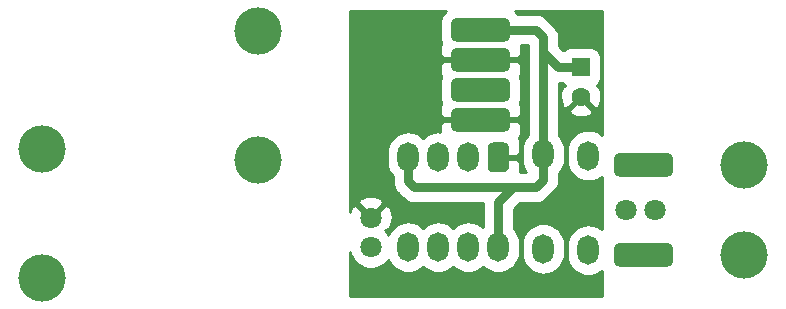
<source format=gbr>
G04 #@! TF.GenerationSoftware,KiCad,Pcbnew,5.1.5+dfsg1-2build2*
G04 #@! TF.CreationDate,2022-07-20T01:20:36+02:00*
G04 #@! TF.ProjectId,CapacitiveSensor,43617061-6369-4746-9976-6553656e736f,rev?*
G04 #@! TF.SameCoordinates,Original*
G04 #@! TF.FileFunction,Copper,L2,Bot*
G04 #@! TF.FilePolarity,Positive*
%FSLAX46Y46*%
G04 Gerber Fmt 4.6, Leading zero omitted, Abs format (unit mm)*
G04 Created by KiCad (PCBNEW 5.1.5+dfsg1-2build2) date 2022-07-20 01:20:36*
%MOMM*%
%LPD*%
G04 APERTURE LIST*
%ADD10C,4.000000*%
%ADD11C,0.100000*%
%ADD12O,1.800000X2.500000*%
%ADD13C,1.800000*%
%ADD14C,1.600000*%
%ADD15R,1.600000X1.600000*%
%ADD16C,0.800000*%
%ADD17C,0.254000*%
G04 APERTURE END LIST*
D10*
X85565000Y-69830000D03*
X85565000Y-62230000D03*
G04 #@! TA.AperFunction,ComponentPad*
D11*
G36*
X79114009Y-61232408D02*
G01*
X79162545Y-61239607D01*
X79210142Y-61251530D01*
X79256342Y-61268060D01*
X79300698Y-61289039D01*
X79342785Y-61314265D01*
X79382197Y-61343495D01*
X79418553Y-61376447D01*
X79451505Y-61412803D01*
X79480735Y-61452215D01*
X79505961Y-61494302D01*
X79526940Y-61538658D01*
X79543470Y-61584858D01*
X79555393Y-61632455D01*
X79562592Y-61680991D01*
X79565000Y-61730000D01*
X79565000Y-62730000D01*
X79562592Y-62779009D01*
X79555393Y-62827545D01*
X79543470Y-62875142D01*
X79526940Y-62921342D01*
X79505961Y-62965698D01*
X79480735Y-63007785D01*
X79451505Y-63047197D01*
X79418553Y-63083553D01*
X79382197Y-63116505D01*
X79342785Y-63145735D01*
X79300698Y-63170961D01*
X79256342Y-63191940D01*
X79210142Y-63208470D01*
X79162545Y-63220393D01*
X79114009Y-63227592D01*
X79065000Y-63230000D01*
X75065000Y-63230000D01*
X75015991Y-63227592D01*
X74967455Y-63220393D01*
X74919858Y-63208470D01*
X74873658Y-63191940D01*
X74829302Y-63170961D01*
X74787215Y-63145735D01*
X74747803Y-63116505D01*
X74711447Y-63083553D01*
X74678495Y-63047197D01*
X74649265Y-63007785D01*
X74624039Y-62965698D01*
X74603060Y-62921342D01*
X74586530Y-62875142D01*
X74574607Y-62827545D01*
X74567408Y-62779009D01*
X74565000Y-62730000D01*
X74565000Y-61730000D01*
X74567408Y-61680991D01*
X74574607Y-61632455D01*
X74586530Y-61584858D01*
X74603060Y-61538658D01*
X74624039Y-61494302D01*
X74649265Y-61452215D01*
X74678495Y-61412803D01*
X74711447Y-61376447D01*
X74747803Y-61343495D01*
X74787215Y-61314265D01*
X74829302Y-61289039D01*
X74873658Y-61268060D01*
X74919858Y-61251530D01*
X74967455Y-61239607D01*
X75015991Y-61232408D01*
X75065000Y-61230000D01*
X79065000Y-61230000D01*
X79114009Y-61232408D01*
G37*
G04 #@! TD.AperFunction*
G04 #@! TA.AperFunction,ComponentPad*
G36*
X79114009Y-68852408D02*
G01*
X79162545Y-68859607D01*
X79210142Y-68871530D01*
X79256342Y-68888060D01*
X79300698Y-68909039D01*
X79342785Y-68934265D01*
X79382197Y-68963495D01*
X79418553Y-68996447D01*
X79451505Y-69032803D01*
X79480735Y-69072215D01*
X79505961Y-69114302D01*
X79526940Y-69158658D01*
X79543470Y-69204858D01*
X79555393Y-69252455D01*
X79562592Y-69300991D01*
X79565000Y-69350000D01*
X79565000Y-70350000D01*
X79562592Y-70399009D01*
X79555393Y-70447545D01*
X79543470Y-70495142D01*
X79526940Y-70541342D01*
X79505961Y-70585698D01*
X79480735Y-70627785D01*
X79451505Y-70667197D01*
X79418553Y-70703553D01*
X79382197Y-70736505D01*
X79342785Y-70765735D01*
X79300698Y-70790961D01*
X79256342Y-70811940D01*
X79210142Y-70828470D01*
X79162545Y-70840393D01*
X79114009Y-70847592D01*
X79065000Y-70850000D01*
X75065000Y-70850000D01*
X75015991Y-70847592D01*
X74967455Y-70840393D01*
X74919858Y-70828470D01*
X74873658Y-70811940D01*
X74829302Y-70790961D01*
X74787215Y-70765735D01*
X74747803Y-70736505D01*
X74711447Y-70703553D01*
X74678495Y-70667197D01*
X74649265Y-70627785D01*
X74624039Y-70585698D01*
X74603060Y-70541342D01*
X74586530Y-70495142D01*
X74574607Y-70447545D01*
X74567408Y-70399009D01*
X74565000Y-70350000D01*
X74565000Y-69350000D01*
X74567408Y-69300991D01*
X74574607Y-69252455D01*
X74586530Y-69204858D01*
X74603060Y-69158658D01*
X74624039Y-69114302D01*
X74649265Y-69072215D01*
X74678495Y-69032803D01*
X74711447Y-68996447D01*
X74747803Y-68963495D01*
X74787215Y-68934265D01*
X74829302Y-68909039D01*
X74873658Y-68888060D01*
X74919858Y-68871530D01*
X74967455Y-68859607D01*
X75015991Y-68852408D01*
X75065000Y-68850000D01*
X79065000Y-68850000D01*
X79114009Y-68852408D01*
G37*
G04 #@! TD.AperFunction*
D10*
X26170000Y-60920000D03*
X26170000Y-71820000D03*
X44470000Y-61820000D03*
X44470000Y-50920000D03*
G04 #@! TA.AperFunction,ComponentPad*
D11*
G36*
X65264108Y-60347167D02*
G01*
X65307791Y-60353647D01*
X65350628Y-60364377D01*
X65392208Y-60379254D01*
X65432129Y-60398135D01*
X65470007Y-60420839D01*
X65505477Y-60447145D01*
X65538198Y-60476802D01*
X65567855Y-60509523D01*
X65594161Y-60544993D01*
X65616865Y-60582871D01*
X65635746Y-60622792D01*
X65650623Y-60664372D01*
X65661353Y-60707209D01*
X65667833Y-60750892D01*
X65670000Y-60795000D01*
X65670000Y-62395000D01*
X65667833Y-62439108D01*
X65661353Y-62482791D01*
X65650623Y-62525628D01*
X65635746Y-62567208D01*
X65616865Y-62607129D01*
X65594161Y-62645007D01*
X65567855Y-62680477D01*
X65538198Y-62713198D01*
X65505477Y-62742855D01*
X65470007Y-62769161D01*
X65432129Y-62791865D01*
X65392208Y-62810746D01*
X65350628Y-62825623D01*
X65307791Y-62836353D01*
X65264108Y-62842833D01*
X65220000Y-62845000D01*
X64320000Y-62845000D01*
X64275892Y-62842833D01*
X64232209Y-62836353D01*
X64189372Y-62825623D01*
X64147792Y-62810746D01*
X64107871Y-62791865D01*
X64069993Y-62769161D01*
X64034523Y-62742855D01*
X64001802Y-62713198D01*
X63972145Y-62680477D01*
X63945839Y-62645007D01*
X63923135Y-62607129D01*
X63904254Y-62567208D01*
X63889377Y-62525628D01*
X63878647Y-62482791D01*
X63872167Y-62439108D01*
X63870000Y-62395000D01*
X63870000Y-60795000D01*
X63872167Y-60750892D01*
X63878647Y-60707209D01*
X63889377Y-60664372D01*
X63904254Y-60622792D01*
X63923135Y-60582871D01*
X63945839Y-60544993D01*
X63972145Y-60509523D01*
X64001802Y-60476802D01*
X64034523Y-60447145D01*
X64069993Y-60420839D01*
X64107871Y-60398135D01*
X64147792Y-60379254D01*
X64189372Y-60364377D01*
X64232209Y-60353647D01*
X64275892Y-60347167D01*
X64320000Y-60345000D01*
X65220000Y-60345000D01*
X65264108Y-60347167D01*
G37*
G04 #@! TD.AperFunction*
D12*
X57150000Y-69215000D03*
X62230000Y-61595000D03*
X59690000Y-69215000D03*
X59690000Y-61595000D03*
X62230000Y-69215000D03*
X57150000Y-61595000D03*
X64770000Y-69215000D03*
D13*
X53975000Y-69215000D03*
X53975000Y-66715000D03*
X78065000Y-66040000D03*
X75565000Y-66040000D03*
G04 #@! TA.AperFunction,ComponentPad*
D11*
G36*
X65319009Y-49802408D02*
G01*
X65367545Y-49809607D01*
X65415142Y-49821530D01*
X65461342Y-49838060D01*
X65505698Y-49859039D01*
X65547785Y-49884265D01*
X65587197Y-49913495D01*
X65623553Y-49946447D01*
X65656505Y-49982803D01*
X65685735Y-50022215D01*
X65710961Y-50064302D01*
X65731940Y-50108658D01*
X65748470Y-50154858D01*
X65760393Y-50202455D01*
X65767592Y-50250991D01*
X65770000Y-50300000D01*
X65770000Y-51300000D01*
X65767592Y-51349009D01*
X65760393Y-51397545D01*
X65748470Y-51445142D01*
X65731940Y-51491342D01*
X65710961Y-51535698D01*
X65685735Y-51577785D01*
X65656505Y-51617197D01*
X65623553Y-51653553D01*
X65587197Y-51686505D01*
X65547785Y-51715735D01*
X65505698Y-51740961D01*
X65461342Y-51761940D01*
X65415142Y-51778470D01*
X65367545Y-51790393D01*
X65319009Y-51797592D01*
X65270000Y-51800000D01*
X61270000Y-51800000D01*
X61220991Y-51797592D01*
X61172455Y-51790393D01*
X61124858Y-51778470D01*
X61078658Y-51761940D01*
X61034302Y-51740961D01*
X60992215Y-51715735D01*
X60952803Y-51686505D01*
X60916447Y-51653553D01*
X60883495Y-51617197D01*
X60854265Y-51577785D01*
X60829039Y-51535698D01*
X60808060Y-51491342D01*
X60791530Y-51445142D01*
X60779607Y-51397545D01*
X60772408Y-51349009D01*
X60770000Y-51300000D01*
X60770000Y-50300000D01*
X60772408Y-50250991D01*
X60779607Y-50202455D01*
X60791530Y-50154858D01*
X60808060Y-50108658D01*
X60829039Y-50064302D01*
X60854265Y-50022215D01*
X60883495Y-49982803D01*
X60916447Y-49946447D01*
X60952803Y-49913495D01*
X60992215Y-49884265D01*
X61034302Y-49859039D01*
X61078658Y-49838060D01*
X61124858Y-49821530D01*
X61172455Y-49809607D01*
X61220991Y-49802408D01*
X61270000Y-49800000D01*
X65270000Y-49800000D01*
X65319009Y-49802408D01*
G37*
G04 #@! TD.AperFunction*
G04 #@! TA.AperFunction,ComponentPad*
G36*
X65319009Y-52342408D02*
G01*
X65367545Y-52349607D01*
X65415142Y-52361530D01*
X65461342Y-52378060D01*
X65505698Y-52399039D01*
X65547785Y-52424265D01*
X65587197Y-52453495D01*
X65623553Y-52486447D01*
X65656505Y-52522803D01*
X65685735Y-52562215D01*
X65710961Y-52604302D01*
X65731940Y-52648658D01*
X65748470Y-52694858D01*
X65760393Y-52742455D01*
X65767592Y-52790991D01*
X65770000Y-52840000D01*
X65770000Y-53840000D01*
X65767592Y-53889009D01*
X65760393Y-53937545D01*
X65748470Y-53985142D01*
X65731940Y-54031342D01*
X65710961Y-54075698D01*
X65685735Y-54117785D01*
X65656505Y-54157197D01*
X65623553Y-54193553D01*
X65587197Y-54226505D01*
X65547785Y-54255735D01*
X65505698Y-54280961D01*
X65461342Y-54301940D01*
X65415142Y-54318470D01*
X65367545Y-54330393D01*
X65319009Y-54337592D01*
X65270000Y-54340000D01*
X61270000Y-54340000D01*
X61220991Y-54337592D01*
X61172455Y-54330393D01*
X61124858Y-54318470D01*
X61078658Y-54301940D01*
X61034302Y-54280961D01*
X60992215Y-54255735D01*
X60952803Y-54226505D01*
X60916447Y-54193553D01*
X60883495Y-54157197D01*
X60854265Y-54117785D01*
X60829039Y-54075698D01*
X60808060Y-54031342D01*
X60791530Y-53985142D01*
X60779607Y-53937545D01*
X60772408Y-53889009D01*
X60770000Y-53840000D01*
X60770000Y-52840000D01*
X60772408Y-52790991D01*
X60779607Y-52742455D01*
X60791530Y-52694858D01*
X60808060Y-52648658D01*
X60829039Y-52604302D01*
X60854265Y-52562215D01*
X60883495Y-52522803D01*
X60916447Y-52486447D01*
X60952803Y-52453495D01*
X60992215Y-52424265D01*
X61034302Y-52399039D01*
X61078658Y-52378060D01*
X61124858Y-52361530D01*
X61172455Y-52349607D01*
X61220991Y-52342408D01*
X61270000Y-52340000D01*
X65270000Y-52340000D01*
X65319009Y-52342408D01*
G37*
G04 #@! TD.AperFunction*
G04 #@! TA.AperFunction,ComponentPad*
G36*
X65319009Y-54882408D02*
G01*
X65367545Y-54889607D01*
X65415142Y-54901530D01*
X65461342Y-54918060D01*
X65505698Y-54939039D01*
X65547785Y-54964265D01*
X65587197Y-54993495D01*
X65623553Y-55026447D01*
X65656505Y-55062803D01*
X65685735Y-55102215D01*
X65710961Y-55144302D01*
X65731940Y-55188658D01*
X65748470Y-55234858D01*
X65760393Y-55282455D01*
X65767592Y-55330991D01*
X65770000Y-55380000D01*
X65770000Y-56380000D01*
X65767592Y-56429009D01*
X65760393Y-56477545D01*
X65748470Y-56525142D01*
X65731940Y-56571342D01*
X65710961Y-56615698D01*
X65685735Y-56657785D01*
X65656505Y-56697197D01*
X65623553Y-56733553D01*
X65587197Y-56766505D01*
X65547785Y-56795735D01*
X65505698Y-56820961D01*
X65461342Y-56841940D01*
X65415142Y-56858470D01*
X65367545Y-56870393D01*
X65319009Y-56877592D01*
X65270000Y-56880000D01*
X61270000Y-56880000D01*
X61220991Y-56877592D01*
X61172455Y-56870393D01*
X61124858Y-56858470D01*
X61078658Y-56841940D01*
X61034302Y-56820961D01*
X60992215Y-56795735D01*
X60952803Y-56766505D01*
X60916447Y-56733553D01*
X60883495Y-56697197D01*
X60854265Y-56657785D01*
X60829039Y-56615698D01*
X60808060Y-56571342D01*
X60791530Y-56525142D01*
X60779607Y-56477545D01*
X60772408Y-56429009D01*
X60770000Y-56380000D01*
X60770000Y-55380000D01*
X60772408Y-55330991D01*
X60779607Y-55282455D01*
X60791530Y-55234858D01*
X60808060Y-55188658D01*
X60829039Y-55144302D01*
X60854265Y-55102215D01*
X60883495Y-55062803D01*
X60916447Y-55026447D01*
X60952803Y-54993495D01*
X60992215Y-54964265D01*
X61034302Y-54939039D01*
X61078658Y-54918060D01*
X61124858Y-54901530D01*
X61172455Y-54889607D01*
X61220991Y-54882408D01*
X61270000Y-54880000D01*
X65270000Y-54880000D01*
X65319009Y-54882408D01*
G37*
G04 #@! TD.AperFunction*
G04 #@! TA.AperFunction,ComponentPad*
G36*
X65319009Y-57422408D02*
G01*
X65367545Y-57429607D01*
X65415142Y-57441530D01*
X65461342Y-57458060D01*
X65505698Y-57479039D01*
X65547785Y-57504265D01*
X65587197Y-57533495D01*
X65623553Y-57566447D01*
X65656505Y-57602803D01*
X65685735Y-57642215D01*
X65710961Y-57684302D01*
X65731940Y-57728658D01*
X65748470Y-57774858D01*
X65760393Y-57822455D01*
X65767592Y-57870991D01*
X65770000Y-57920000D01*
X65770000Y-58920000D01*
X65767592Y-58969009D01*
X65760393Y-59017545D01*
X65748470Y-59065142D01*
X65731940Y-59111342D01*
X65710961Y-59155698D01*
X65685735Y-59197785D01*
X65656505Y-59237197D01*
X65623553Y-59273553D01*
X65587197Y-59306505D01*
X65547785Y-59335735D01*
X65505698Y-59360961D01*
X65461342Y-59381940D01*
X65415142Y-59398470D01*
X65367545Y-59410393D01*
X65319009Y-59417592D01*
X65270000Y-59420000D01*
X61270000Y-59420000D01*
X61220991Y-59417592D01*
X61172455Y-59410393D01*
X61124858Y-59398470D01*
X61078658Y-59381940D01*
X61034302Y-59360961D01*
X60992215Y-59335735D01*
X60952803Y-59306505D01*
X60916447Y-59273553D01*
X60883495Y-59237197D01*
X60854265Y-59197785D01*
X60829039Y-59155698D01*
X60808060Y-59111342D01*
X60791530Y-59065142D01*
X60779607Y-59017545D01*
X60772408Y-58969009D01*
X60770000Y-58920000D01*
X60770000Y-57920000D01*
X60772408Y-57870991D01*
X60779607Y-57822455D01*
X60791530Y-57774858D01*
X60808060Y-57728658D01*
X60829039Y-57684302D01*
X60854265Y-57642215D01*
X60883495Y-57602803D01*
X60916447Y-57566447D01*
X60952803Y-57533495D01*
X60992215Y-57504265D01*
X61034302Y-57479039D01*
X61078658Y-57458060D01*
X61124858Y-57441530D01*
X61172455Y-57429607D01*
X61220991Y-57422408D01*
X61270000Y-57420000D01*
X65270000Y-57420000D01*
X65319009Y-57422408D01*
G37*
G04 #@! TD.AperFunction*
D12*
X72390000Y-69460000D03*
X72390000Y-61460000D03*
X68580000Y-69350000D03*
X68580000Y-61350000D03*
D14*
X71755000Y-56475000D03*
D15*
X71755000Y-53975000D03*
D16*
X67945000Y-50800000D02*
X68580000Y-51435000D01*
X64770000Y-50800000D02*
X67945000Y-50800000D01*
X68580000Y-53035000D02*
X68580000Y-52705000D01*
X68580000Y-52705000D02*
X68580000Y-60850000D01*
X68580000Y-51435000D02*
X68580000Y-52705000D01*
X57150000Y-63645000D02*
X57640000Y-64135000D01*
X57150000Y-61595000D02*
X57150000Y-63645000D01*
X68580000Y-63500000D02*
X68580000Y-60850000D01*
X67945000Y-64135000D02*
X68580000Y-63500000D01*
X64770000Y-65405000D02*
X66040000Y-64135000D01*
X64770000Y-69215000D02*
X64770000Y-65405000D01*
X66040000Y-64135000D02*
X67945000Y-64135000D01*
X57640000Y-64135000D02*
X66040000Y-64135000D01*
X71755000Y-53975000D02*
X69850000Y-53975000D01*
X69850000Y-53975000D02*
X68580000Y-52705000D01*
D17*
G36*
X73533000Y-59684549D02*
G01*
X73409938Y-59583555D01*
X73092546Y-59413905D01*
X72748155Y-59309435D01*
X72390000Y-59274160D01*
X72031846Y-59309435D01*
X71687455Y-59413905D01*
X71370063Y-59583555D01*
X71091866Y-59811865D01*
X70863555Y-60090062D01*
X70693905Y-60407454D01*
X70589435Y-60751845D01*
X70563000Y-61020245D01*
X70563000Y-61899754D01*
X70589435Y-62168154D01*
X70693905Y-62512545D01*
X70863555Y-62829937D01*
X71091865Y-63108135D01*
X71370062Y-63336445D01*
X71687454Y-63506095D01*
X72031845Y-63610565D01*
X72390000Y-63645840D01*
X72748154Y-63610565D01*
X73092545Y-63506095D01*
X73409937Y-63336445D01*
X73533000Y-63235450D01*
X73533000Y-67684549D01*
X73409938Y-67583555D01*
X73092546Y-67413905D01*
X72748155Y-67309435D01*
X72390000Y-67274160D01*
X72031846Y-67309435D01*
X71687455Y-67413905D01*
X71370063Y-67583555D01*
X71091866Y-67811865D01*
X70863555Y-68090062D01*
X70693905Y-68407454D01*
X70589435Y-68751845D01*
X70563000Y-69020245D01*
X70563000Y-69899754D01*
X70589435Y-70168154D01*
X70693905Y-70512545D01*
X70863555Y-70829937D01*
X71091865Y-71108135D01*
X71370062Y-71336445D01*
X71687454Y-71506095D01*
X72031845Y-71610565D01*
X72390000Y-71645840D01*
X72748154Y-71610565D01*
X73092545Y-71506095D01*
X73409937Y-71336445D01*
X73533000Y-71235450D01*
X73533000Y-73343000D01*
X52197000Y-73343000D01*
X52197000Y-69641282D01*
X52218211Y-69747916D01*
X52355934Y-70080409D01*
X52555876Y-70379645D01*
X52810355Y-70634124D01*
X53109591Y-70834066D01*
X53442084Y-70971789D01*
X53795056Y-71042000D01*
X54154944Y-71042000D01*
X54507916Y-70971789D01*
X54840409Y-70834066D01*
X55139645Y-70634124D01*
X55394124Y-70379645D01*
X55460625Y-70280118D01*
X55623555Y-70584937D01*
X55851865Y-70863135D01*
X56130062Y-71091445D01*
X56447454Y-71261095D01*
X56791845Y-71365565D01*
X57150000Y-71400840D01*
X57508154Y-71365565D01*
X57852545Y-71261095D01*
X58169937Y-71091445D01*
X58420000Y-70886225D01*
X58670062Y-71091445D01*
X58987454Y-71261095D01*
X59331845Y-71365565D01*
X59690000Y-71400840D01*
X60048154Y-71365565D01*
X60392545Y-71261095D01*
X60709937Y-71091445D01*
X60960000Y-70886225D01*
X61210062Y-71091445D01*
X61527454Y-71261095D01*
X61871845Y-71365565D01*
X62230000Y-71400840D01*
X62588154Y-71365565D01*
X62932545Y-71261095D01*
X63249937Y-71091445D01*
X63500000Y-70886225D01*
X63750062Y-71091445D01*
X64067454Y-71261095D01*
X64411845Y-71365565D01*
X64770000Y-71400840D01*
X65128154Y-71365565D01*
X65472545Y-71261095D01*
X65789937Y-71091445D01*
X66068135Y-70863135D01*
X66296445Y-70584938D01*
X66466095Y-70267546D01*
X66570565Y-69923155D01*
X66597000Y-69654755D01*
X66597000Y-68910245D01*
X66753000Y-68910245D01*
X66753000Y-69789754D01*
X66779435Y-70058154D01*
X66883905Y-70402545D01*
X67053555Y-70719937D01*
X67281865Y-70998135D01*
X67560062Y-71226445D01*
X67877454Y-71396095D01*
X68221845Y-71500565D01*
X68580000Y-71535840D01*
X68938154Y-71500565D01*
X69282545Y-71396095D01*
X69599937Y-71226445D01*
X69878135Y-70998135D01*
X70106445Y-70719938D01*
X70276095Y-70402546D01*
X70380565Y-70058155D01*
X70407000Y-69789755D01*
X70407000Y-68910246D01*
X70380565Y-68641845D01*
X70276095Y-68297454D01*
X70106445Y-67980062D01*
X69878135Y-67701865D01*
X69599938Y-67473555D01*
X69282546Y-67303905D01*
X68938155Y-67199435D01*
X68580000Y-67164160D01*
X68221846Y-67199435D01*
X67877455Y-67303905D01*
X67560063Y-67473555D01*
X67281866Y-67701865D01*
X67053555Y-67980062D01*
X66883905Y-68297454D01*
X66779435Y-68641845D01*
X66753000Y-68910245D01*
X66597000Y-68910245D01*
X66597000Y-68775246D01*
X66570565Y-68506845D01*
X66466095Y-68162454D01*
X66296445Y-67845062D01*
X66097000Y-67602037D01*
X66097000Y-65954660D01*
X66589661Y-65462000D01*
X67879826Y-65462000D01*
X67945000Y-65468419D01*
X68010174Y-65462000D01*
X68010184Y-65462000D01*
X68205137Y-65442799D01*
X68455278Y-65366919D01*
X68685808Y-65243698D01*
X68887870Y-65077870D01*
X68929425Y-65027235D01*
X69472241Y-64484420D01*
X69522870Y-64442870D01*
X69626743Y-64316301D01*
X69688698Y-64240808D01*
X69734415Y-64155277D01*
X69811919Y-64010278D01*
X69887799Y-63760137D01*
X69907000Y-63565184D01*
X69907000Y-63565174D01*
X69913419Y-63500000D01*
X69907000Y-63434826D01*
X69907000Y-62962963D01*
X70106445Y-62719938D01*
X70276095Y-62402546D01*
X70380565Y-62058155D01*
X70407000Y-61789755D01*
X70407000Y-60910246D01*
X70380565Y-60641845D01*
X70276095Y-60297454D01*
X70106445Y-59980062D01*
X69907000Y-59737037D01*
X69907000Y-57628499D01*
X70781106Y-57628499D01*
X70835726Y-57956338D01*
X71142384Y-58107216D01*
X71472585Y-58195369D01*
X71813639Y-58217409D01*
X72152439Y-58172489D01*
X72475966Y-58062336D01*
X72674274Y-57956338D01*
X72728894Y-57628499D01*
X71755000Y-56654605D01*
X70781106Y-57628499D01*
X69907000Y-57628499D01*
X69907000Y-55302805D01*
X69915173Y-55302000D01*
X70188291Y-55302000D01*
X70296341Y-55433659D01*
X70416153Y-55531986D01*
X70273662Y-55555726D01*
X70122784Y-55862384D01*
X70034631Y-56192585D01*
X70012591Y-56533639D01*
X70057511Y-56872439D01*
X70167664Y-57195966D01*
X70273662Y-57394274D01*
X70601501Y-57448894D01*
X71575395Y-56475000D01*
X71561253Y-56460858D01*
X71740858Y-56281253D01*
X71755000Y-56295395D01*
X71769143Y-56281253D01*
X71948748Y-56460858D01*
X71934605Y-56475000D01*
X72908499Y-57448894D01*
X73236338Y-57394274D01*
X73387216Y-57087616D01*
X73475369Y-56757415D01*
X73497409Y-56416361D01*
X73452489Y-56077561D01*
X73342336Y-55754034D01*
X73236338Y-55555726D01*
X73093847Y-55531986D01*
X73213659Y-55433659D01*
X73329501Y-55292505D01*
X73415580Y-55131464D01*
X73468587Y-54956724D01*
X73486485Y-54775000D01*
X73486485Y-53175000D01*
X73468587Y-52993276D01*
X73415580Y-52818536D01*
X73329501Y-52657495D01*
X73213659Y-52516341D01*
X73072505Y-52400499D01*
X72911464Y-52314420D01*
X72736724Y-52261413D01*
X72555000Y-52243515D01*
X70955000Y-52243515D01*
X70773276Y-52261413D01*
X70598536Y-52314420D01*
X70437495Y-52400499D01*
X70296341Y-52516341D01*
X70283567Y-52531906D01*
X69907000Y-52155340D01*
X69907000Y-51500174D01*
X69913419Y-51435000D01*
X69907000Y-51369826D01*
X69907000Y-51369816D01*
X69887799Y-51174863D01*
X69811919Y-50924722D01*
X69688698Y-50694192D01*
X69522870Y-50492130D01*
X69472241Y-50450580D01*
X68929425Y-49907765D01*
X68887870Y-49857130D01*
X68685808Y-49691302D01*
X68455278Y-49568081D01*
X68205137Y-49492201D01*
X68010184Y-49473000D01*
X68010174Y-49473000D01*
X67945000Y-49466581D01*
X67879826Y-49473000D01*
X66434212Y-49473000D01*
X66282213Y-49287787D01*
X66189866Y-49212000D01*
X73533000Y-49212000D01*
X73533000Y-59684549D01*
G37*
X73533000Y-59684549D02*
X73409938Y-59583555D01*
X73092546Y-59413905D01*
X72748155Y-59309435D01*
X72390000Y-59274160D01*
X72031846Y-59309435D01*
X71687455Y-59413905D01*
X71370063Y-59583555D01*
X71091866Y-59811865D01*
X70863555Y-60090062D01*
X70693905Y-60407454D01*
X70589435Y-60751845D01*
X70563000Y-61020245D01*
X70563000Y-61899754D01*
X70589435Y-62168154D01*
X70693905Y-62512545D01*
X70863555Y-62829937D01*
X71091865Y-63108135D01*
X71370062Y-63336445D01*
X71687454Y-63506095D01*
X72031845Y-63610565D01*
X72390000Y-63645840D01*
X72748154Y-63610565D01*
X73092545Y-63506095D01*
X73409937Y-63336445D01*
X73533000Y-63235450D01*
X73533000Y-67684549D01*
X73409938Y-67583555D01*
X73092546Y-67413905D01*
X72748155Y-67309435D01*
X72390000Y-67274160D01*
X72031846Y-67309435D01*
X71687455Y-67413905D01*
X71370063Y-67583555D01*
X71091866Y-67811865D01*
X70863555Y-68090062D01*
X70693905Y-68407454D01*
X70589435Y-68751845D01*
X70563000Y-69020245D01*
X70563000Y-69899754D01*
X70589435Y-70168154D01*
X70693905Y-70512545D01*
X70863555Y-70829937D01*
X71091865Y-71108135D01*
X71370062Y-71336445D01*
X71687454Y-71506095D01*
X72031845Y-71610565D01*
X72390000Y-71645840D01*
X72748154Y-71610565D01*
X73092545Y-71506095D01*
X73409937Y-71336445D01*
X73533000Y-71235450D01*
X73533000Y-73343000D01*
X52197000Y-73343000D01*
X52197000Y-69641282D01*
X52218211Y-69747916D01*
X52355934Y-70080409D01*
X52555876Y-70379645D01*
X52810355Y-70634124D01*
X53109591Y-70834066D01*
X53442084Y-70971789D01*
X53795056Y-71042000D01*
X54154944Y-71042000D01*
X54507916Y-70971789D01*
X54840409Y-70834066D01*
X55139645Y-70634124D01*
X55394124Y-70379645D01*
X55460625Y-70280118D01*
X55623555Y-70584937D01*
X55851865Y-70863135D01*
X56130062Y-71091445D01*
X56447454Y-71261095D01*
X56791845Y-71365565D01*
X57150000Y-71400840D01*
X57508154Y-71365565D01*
X57852545Y-71261095D01*
X58169937Y-71091445D01*
X58420000Y-70886225D01*
X58670062Y-71091445D01*
X58987454Y-71261095D01*
X59331845Y-71365565D01*
X59690000Y-71400840D01*
X60048154Y-71365565D01*
X60392545Y-71261095D01*
X60709937Y-71091445D01*
X60960000Y-70886225D01*
X61210062Y-71091445D01*
X61527454Y-71261095D01*
X61871845Y-71365565D01*
X62230000Y-71400840D01*
X62588154Y-71365565D01*
X62932545Y-71261095D01*
X63249937Y-71091445D01*
X63500000Y-70886225D01*
X63750062Y-71091445D01*
X64067454Y-71261095D01*
X64411845Y-71365565D01*
X64770000Y-71400840D01*
X65128154Y-71365565D01*
X65472545Y-71261095D01*
X65789937Y-71091445D01*
X66068135Y-70863135D01*
X66296445Y-70584938D01*
X66466095Y-70267546D01*
X66570565Y-69923155D01*
X66597000Y-69654755D01*
X66597000Y-68910245D01*
X66753000Y-68910245D01*
X66753000Y-69789754D01*
X66779435Y-70058154D01*
X66883905Y-70402545D01*
X67053555Y-70719937D01*
X67281865Y-70998135D01*
X67560062Y-71226445D01*
X67877454Y-71396095D01*
X68221845Y-71500565D01*
X68580000Y-71535840D01*
X68938154Y-71500565D01*
X69282545Y-71396095D01*
X69599937Y-71226445D01*
X69878135Y-70998135D01*
X70106445Y-70719938D01*
X70276095Y-70402546D01*
X70380565Y-70058155D01*
X70407000Y-69789755D01*
X70407000Y-68910246D01*
X70380565Y-68641845D01*
X70276095Y-68297454D01*
X70106445Y-67980062D01*
X69878135Y-67701865D01*
X69599938Y-67473555D01*
X69282546Y-67303905D01*
X68938155Y-67199435D01*
X68580000Y-67164160D01*
X68221846Y-67199435D01*
X67877455Y-67303905D01*
X67560063Y-67473555D01*
X67281866Y-67701865D01*
X67053555Y-67980062D01*
X66883905Y-68297454D01*
X66779435Y-68641845D01*
X66753000Y-68910245D01*
X66597000Y-68910245D01*
X66597000Y-68775246D01*
X66570565Y-68506845D01*
X66466095Y-68162454D01*
X66296445Y-67845062D01*
X66097000Y-67602037D01*
X66097000Y-65954660D01*
X66589661Y-65462000D01*
X67879826Y-65462000D01*
X67945000Y-65468419D01*
X68010174Y-65462000D01*
X68010184Y-65462000D01*
X68205137Y-65442799D01*
X68455278Y-65366919D01*
X68685808Y-65243698D01*
X68887870Y-65077870D01*
X68929425Y-65027235D01*
X69472241Y-64484420D01*
X69522870Y-64442870D01*
X69626743Y-64316301D01*
X69688698Y-64240808D01*
X69734415Y-64155277D01*
X69811919Y-64010278D01*
X69887799Y-63760137D01*
X69907000Y-63565184D01*
X69907000Y-63565174D01*
X69913419Y-63500000D01*
X69907000Y-63434826D01*
X69907000Y-62962963D01*
X70106445Y-62719938D01*
X70276095Y-62402546D01*
X70380565Y-62058155D01*
X70407000Y-61789755D01*
X70407000Y-60910246D01*
X70380565Y-60641845D01*
X70276095Y-60297454D01*
X70106445Y-59980062D01*
X69907000Y-59737037D01*
X69907000Y-57628499D01*
X70781106Y-57628499D01*
X70835726Y-57956338D01*
X71142384Y-58107216D01*
X71472585Y-58195369D01*
X71813639Y-58217409D01*
X72152439Y-58172489D01*
X72475966Y-58062336D01*
X72674274Y-57956338D01*
X72728894Y-57628499D01*
X71755000Y-56654605D01*
X70781106Y-57628499D01*
X69907000Y-57628499D01*
X69907000Y-55302805D01*
X69915173Y-55302000D01*
X70188291Y-55302000D01*
X70296341Y-55433659D01*
X70416153Y-55531986D01*
X70273662Y-55555726D01*
X70122784Y-55862384D01*
X70034631Y-56192585D01*
X70012591Y-56533639D01*
X70057511Y-56872439D01*
X70167664Y-57195966D01*
X70273662Y-57394274D01*
X70601501Y-57448894D01*
X71575395Y-56475000D01*
X71561253Y-56460858D01*
X71740858Y-56281253D01*
X71755000Y-56295395D01*
X71769143Y-56281253D01*
X71948748Y-56460858D01*
X71934605Y-56475000D01*
X72908499Y-57448894D01*
X73236338Y-57394274D01*
X73387216Y-57087616D01*
X73475369Y-56757415D01*
X73497409Y-56416361D01*
X73452489Y-56077561D01*
X73342336Y-55754034D01*
X73236338Y-55555726D01*
X73093847Y-55531986D01*
X73213659Y-55433659D01*
X73329501Y-55292505D01*
X73415580Y-55131464D01*
X73468587Y-54956724D01*
X73486485Y-54775000D01*
X73486485Y-53175000D01*
X73468587Y-52993276D01*
X73415580Y-52818536D01*
X73329501Y-52657495D01*
X73213659Y-52516341D01*
X73072505Y-52400499D01*
X72911464Y-52314420D01*
X72736724Y-52261413D01*
X72555000Y-52243515D01*
X70955000Y-52243515D01*
X70773276Y-52261413D01*
X70598536Y-52314420D01*
X70437495Y-52400499D01*
X70296341Y-52516341D01*
X70283567Y-52531906D01*
X69907000Y-52155340D01*
X69907000Y-51500174D01*
X69913419Y-51435000D01*
X69907000Y-51369826D01*
X69907000Y-51369816D01*
X69887799Y-51174863D01*
X69811919Y-50924722D01*
X69688698Y-50694192D01*
X69522870Y-50492130D01*
X69472241Y-50450580D01*
X68929425Y-49907765D01*
X68887870Y-49857130D01*
X68685808Y-49691302D01*
X68455278Y-49568081D01*
X68205137Y-49492201D01*
X68010184Y-49473000D01*
X68010174Y-49473000D01*
X67945000Y-49466581D01*
X67879826Y-49473000D01*
X66434212Y-49473000D01*
X66282213Y-49287787D01*
X66189866Y-49212000D01*
X73533000Y-49212000D01*
X73533000Y-59684549D01*
G36*
X60257787Y-49287787D02*
G01*
X60079764Y-49504710D01*
X59947480Y-49752194D01*
X59866021Y-50020731D01*
X59838515Y-50300000D01*
X59838515Y-51300000D01*
X59866021Y-51579269D01*
X59947480Y-51847806D01*
X59960189Y-51871582D01*
X59901993Y-51980460D01*
X59848529Y-52156708D01*
X59830476Y-52340000D01*
X59835000Y-52979250D01*
X60068750Y-53213000D01*
X63143000Y-53213000D01*
X63143000Y-53193000D01*
X63397000Y-53193000D01*
X63397000Y-53213000D01*
X66471250Y-53213000D01*
X66705000Y-52979250D01*
X66709524Y-52340000D01*
X66691471Y-52156708D01*
X66682459Y-52127000D01*
X67253000Y-52127000D01*
X67253000Y-52639826D01*
X67246581Y-52705000D01*
X67253000Y-52770174D01*
X67253001Y-59737037D01*
X67053555Y-59980062D01*
X66883905Y-60297454D01*
X66779435Y-60641845D01*
X66753000Y-60910245D01*
X66753000Y-61789754D01*
X66779435Y-62058154D01*
X66883905Y-62402545D01*
X67053555Y-62719937D01*
X67125826Y-62808000D01*
X66609336Y-62808000D01*
X66605000Y-61955750D01*
X66371250Y-61722000D01*
X64897000Y-61722000D01*
X64897000Y-61742000D01*
X64643000Y-61742000D01*
X64643000Y-61722000D01*
X64623000Y-61722000D01*
X64623000Y-61468000D01*
X64643000Y-61468000D01*
X64643000Y-61448000D01*
X64897000Y-61448000D01*
X64897000Y-61468000D01*
X66371250Y-61468000D01*
X66605000Y-61234250D01*
X66609524Y-60345000D01*
X66591471Y-60161708D01*
X66538007Y-59985460D01*
X66529128Y-59968849D01*
X66551186Y-59941972D01*
X66638007Y-59779540D01*
X66691471Y-59603292D01*
X66709524Y-59420000D01*
X66705000Y-58780750D01*
X66471250Y-58547000D01*
X63397000Y-58547000D01*
X63397000Y-58567000D01*
X63143000Y-58567000D01*
X63143000Y-58547000D01*
X60068750Y-58547000D01*
X59835000Y-58780750D01*
X59830476Y-59420000D01*
X59830774Y-59423025D01*
X59690000Y-59409160D01*
X59331846Y-59444435D01*
X58987455Y-59548905D01*
X58670063Y-59718555D01*
X58420001Y-59923776D01*
X58169938Y-59718555D01*
X57852546Y-59548905D01*
X57508155Y-59444435D01*
X57150000Y-59409160D01*
X56791846Y-59444435D01*
X56447455Y-59548905D01*
X56130063Y-59718555D01*
X55851866Y-59946865D01*
X55623555Y-60225062D01*
X55453905Y-60542454D01*
X55349435Y-60886845D01*
X55323000Y-61155245D01*
X55323000Y-62034754D01*
X55349435Y-62303154D01*
X55453905Y-62647545D01*
X55623555Y-62964937D01*
X55823001Y-63207964D01*
X55823001Y-63579817D01*
X55816581Y-63645000D01*
X55842202Y-63905137D01*
X55918081Y-64155277D01*
X56041302Y-64385808D01*
X56145491Y-64512762D01*
X56207131Y-64587870D01*
X56257761Y-64629421D01*
X56655575Y-65027235D01*
X56697130Y-65077870D01*
X56899192Y-65243698D01*
X57129722Y-65366919D01*
X57379863Y-65442799D01*
X57574816Y-65462000D01*
X57574826Y-65462000D01*
X57640000Y-65468419D01*
X57705174Y-65462000D01*
X63442195Y-65462000D01*
X63443001Y-65470184D01*
X63443000Y-67496997D01*
X63249938Y-67338555D01*
X62932546Y-67168905D01*
X62588155Y-67064435D01*
X62230000Y-67029160D01*
X61871846Y-67064435D01*
X61527455Y-67168905D01*
X61210063Y-67338555D01*
X60960000Y-67543776D01*
X60709938Y-67338555D01*
X60392546Y-67168905D01*
X60048155Y-67064435D01*
X59690000Y-67029160D01*
X59331846Y-67064435D01*
X58987455Y-67168905D01*
X58670063Y-67338555D01*
X58420000Y-67543776D01*
X58169938Y-67338555D01*
X57852546Y-67168905D01*
X57508155Y-67064435D01*
X57150000Y-67029160D01*
X56791846Y-67064435D01*
X56447455Y-67168905D01*
X56130063Y-67338555D01*
X55851866Y-67566865D01*
X55623555Y-67845062D01*
X55460625Y-68149882D01*
X55394124Y-68050355D01*
X55320269Y-67976500D01*
X55368188Y-67928580D01*
X55199792Y-67760184D01*
X55537836Y-67693486D01*
X55698699Y-67369790D01*
X55793322Y-67020931D01*
X55818067Y-66660316D01*
X55771985Y-66301802D01*
X55656846Y-65959167D01*
X55537836Y-65736514D01*
X55199789Y-65669816D01*
X54154605Y-66715000D01*
X54168748Y-66729143D01*
X53989143Y-66908748D01*
X53975000Y-66894605D01*
X53960858Y-66908748D01*
X53781253Y-66729143D01*
X53795395Y-66715000D01*
X52750211Y-65669816D01*
X52412164Y-65736514D01*
X52251301Y-66060210D01*
X52197000Y-66260409D01*
X52197000Y-65490211D01*
X52929816Y-65490211D01*
X53975000Y-66535395D01*
X55020184Y-65490211D01*
X54953486Y-65152164D01*
X54629790Y-64991301D01*
X54280931Y-64896678D01*
X53920316Y-64871933D01*
X53561802Y-64918015D01*
X53219167Y-65033154D01*
X52996514Y-65152164D01*
X52929816Y-65490211D01*
X52197000Y-65490211D01*
X52197000Y-54340000D01*
X59830476Y-54340000D01*
X59848529Y-54523292D01*
X59901993Y-54699540D01*
X59960189Y-54808418D01*
X59947480Y-54832194D01*
X59866021Y-55100731D01*
X59838515Y-55380000D01*
X59838515Y-56380000D01*
X59866021Y-56659269D01*
X59947480Y-56927806D01*
X59960189Y-56951582D01*
X59901993Y-57060460D01*
X59848529Y-57236708D01*
X59830476Y-57420000D01*
X59835000Y-58059250D01*
X60068750Y-58293000D01*
X63143000Y-58293000D01*
X63143000Y-58273000D01*
X63397000Y-58273000D01*
X63397000Y-58293000D01*
X66471250Y-58293000D01*
X66705000Y-58059250D01*
X66709524Y-57420000D01*
X66691471Y-57236708D01*
X66638007Y-57060460D01*
X66579811Y-56951582D01*
X66592520Y-56927806D01*
X66673979Y-56659269D01*
X66701485Y-56380000D01*
X66701485Y-55380000D01*
X66673979Y-55100731D01*
X66592520Y-54832194D01*
X66579811Y-54808418D01*
X66638007Y-54699540D01*
X66691471Y-54523292D01*
X66709524Y-54340000D01*
X66705000Y-53700750D01*
X66471250Y-53467000D01*
X63397000Y-53467000D01*
X63397000Y-53487000D01*
X63143000Y-53487000D01*
X63143000Y-53467000D01*
X60068750Y-53467000D01*
X59835000Y-53700750D01*
X59830476Y-54340000D01*
X52197000Y-54340000D01*
X52197000Y-49212000D01*
X60350134Y-49212000D01*
X60257787Y-49287787D01*
G37*
X60257787Y-49287787D02*
X60079764Y-49504710D01*
X59947480Y-49752194D01*
X59866021Y-50020731D01*
X59838515Y-50300000D01*
X59838515Y-51300000D01*
X59866021Y-51579269D01*
X59947480Y-51847806D01*
X59960189Y-51871582D01*
X59901993Y-51980460D01*
X59848529Y-52156708D01*
X59830476Y-52340000D01*
X59835000Y-52979250D01*
X60068750Y-53213000D01*
X63143000Y-53213000D01*
X63143000Y-53193000D01*
X63397000Y-53193000D01*
X63397000Y-53213000D01*
X66471250Y-53213000D01*
X66705000Y-52979250D01*
X66709524Y-52340000D01*
X66691471Y-52156708D01*
X66682459Y-52127000D01*
X67253000Y-52127000D01*
X67253000Y-52639826D01*
X67246581Y-52705000D01*
X67253000Y-52770174D01*
X67253001Y-59737037D01*
X67053555Y-59980062D01*
X66883905Y-60297454D01*
X66779435Y-60641845D01*
X66753000Y-60910245D01*
X66753000Y-61789754D01*
X66779435Y-62058154D01*
X66883905Y-62402545D01*
X67053555Y-62719937D01*
X67125826Y-62808000D01*
X66609336Y-62808000D01*
X66605000Y-61955750D01*
X66371250Y-61722000D01*
X64897000Y-61722000D01*
X64897000Y-61742000D01*
X64643000Y-61742000D01*
X64643000Y-61722000D01*
X64623000Y-61722000D01*
X64623000Y-61468000D01*
X64643000Y-61468000D01*
X64643000Y-61448000D01*
X64897000Y-61448000D01*
X64897000Y-61468000D01*
X66371250Y-61468000D01*
X66605000Y-61234250D01*
X66609524Y-60345000D01*
X66591471Y-60161708D01*
X66538007Y-59985460D01*
X66529128Y-59968849D01*
X66551186Y-59941972D01*
X66638007Y-59779540D01*
X66691471Y-59603292D01*
X66709524Y-59420000D01*
X66705000Y-58780750D01*
X66471250Y-58547000D01*
X63397000Y-58547000D01*
X63397000Y-58567000D01*
X63143000Y-58567000D01*
X63143000Y-58547000D01*
X60068750Y-58547000D01*
X59835000Y-58780750D01*
X59830476Y-59420000D01*
X59830774Y-59423025D01*
X59690000Y-59409160D01*
X59331846Y-59444435D01*
X58987455Y-59548905D01*
X58670063Y-59718555D01*
X58420001Y-59923776D01*
X58169938Y-59718555D01*
X57852546Y-59548905D01*
X57508155Y-59444435D01*
X57150000Y-59409160D01*
X56791846Y-59444435D01*
X56447455Y-59548905D01*
X56130063Y-59718555D01*
X55851866Y-59946865D01*
X55623555Y-60225062D01*
X55453905Y-60542454D01*
X55349435Y-60886845D01*
X55323000Y-61155245D01*
X55323000Y-62034754D01*
X55349435Y-62303154D01*
X55453905Y-62647545D01*
X55623555Y-62964937D01*
X55823001Y-63207964D01*
X55823001Y-63579817D01*
X55816581Y-63645000D01*
X55842202Y-63905137D01*
X55918081Y-64155277D01*
X56041302Y-64385808D01*
X56145491Y-64512762D01*
X56207131Y-64587870D01*
X56257761Y-64629421D01*
X56655575Y-65027235D01*
X56697130Y-65077870D01*
X56899192Y-65243698D01*
X57129722Y-65366919D01*
X57379863Y-65442799D01*
X57574816Y-65462000D01*
X57574826Y-65462000D01*
X57640000Y-65468419D01*
X57705174Y-65462000D01*
X63442195Y-65462000D01*
X63443001Y-65470184D01*
X63443000Y-67496997D01*
X63249938Y-67338555D01*
X62932546Y-67168905D01*
X62588155Y-67064435D01*
X62230000Y-67029160D01*
X61871846Y-67064435D01*
X61527455Y-67168905D01*
X61210063Y-67338555D01*
X60960000Y-67543776D01*
X60709938Y-67338555D01*
X60392546Y-67168905D01*
X60048155Y-67064435D01*
X59690000Y-67029160D01*
X59331846Y-67064435D01*
X58987455Y-67168905D01*
X58670063Y-67338555D01*
X58420000Y-67543776D01*
X58169938Y-67338555D01*
X57852546Y-67168905D01*
X57508155Y-67064435D01*
X57150000Y-67029160D01*
X56791846Y-67064435D01*
X56447455Y-67168905D01*
X56130063Y-67338555D01*
X55851866Y-67566865D01*
X55623555Y-67845062D01*
X55460625Y-68149882D01*
X55394124Y-68050355D01*
X55320269Y-67976500D01*
X55368188Y-67928580D01*
X55199792Y-67760184D01*
X55537836Y-67693486D01*
X55698699Y-67369790D01*
X55793322Y-67020931D01*
X55818067Y-66660316D01*
X55771985Y-66301802D01*
X55656846Y-65959167D01*
X55537836Y-65736514D01*
X55199789Y-65669816D01*
X54154605Y-66715000D01*
X54168748Y-66729143D01*
X53989143Y-66908748D01*
X53975000Y-66894605D01*
X53960858Y-66908748D01*
X53781253Y-66729143D01*
X53795395Y-66715000D01*
X52750211Y-65669816D01*
X52412164Y-65736514D01*
X52251301Y-66060210D01*
X52197000Y-66260409D01*
X52197000Y-65490211D01*
X52929816Y-65490211D01*
X53975000Y-66535395D01*
X55020184Y-65490211D01*
X54953486Y-65152164D01*
X54629790Y-64991301D01*
X54280931Y-64896678D01*
X53920316Y-64871933D01*
X53561802Y-64918015D01*
X53219167Y-65033154D01*
X52996514Y-65152164D01*
X52929816Y-65490211D01*
X52197000Y-65490211D01*
X52197000Y-54340000D01*
X59830476Y-54340000D01*
X59848529Y-54523292D01*
X59901993Y-54699540D01*
X59960189Y-54808418D01*
X59947480Y-54832194D01*
X59866021Y-55100731D01*
X59838515Y-55380000D01*
X59838515Y-56380000D01*
X59866021Y-56659269D01*
X59947480Y-56927806D01*
X59960189Y-56951582D01*
X59901993Y-57060460D01*
X59848529Y-57236708D01*
X59830476Y-57420000D01*
X59835000Y-58059250D01*
X60068750Y-58293000D01*
X63143000Y-58293000D01*
X63143000Y-58273000D01*
X63397000Y-58273000D01*
X63397000Y-58293000D01*
X66471250Y-58293000D01*
X66705000Y-58059250D01*
X66709524Y-57420000D01*
X66691471Y-57236708D01*
X66638007Y-57060460D01*
X66579811Y-56951582D01*
X66592520Y-56927806D01*
X66673979Y-56659269D01*
X66701485Y-56380000D01*
X66701485Y-55380000D01*
X66673979Y-55100731D01*
X66592520Y-54832194D01*
X66579811Y-54808418D01*
X66638007Y-54699540D01*
X66691471Y-54523292D01*
X66709524Y-54340000D01*
X66705000Y-53700750D01*
X66471250Y-53467000D01*
X63397000Y-53467000D01*
X63397000Y-53487000D01*
X63143000Y-53487000D01*
X63143000Y-53467000D01*
X60068750Y-53467000D01*
X59835000Y-53700750D01*
X59830476Y-54340000D01*
X52197000Y-54340000D01*
X52197000Y-49212000D01*
X60350134Y-49212000D01*
X60257787Y-49287787D01*
M02*

</source>
